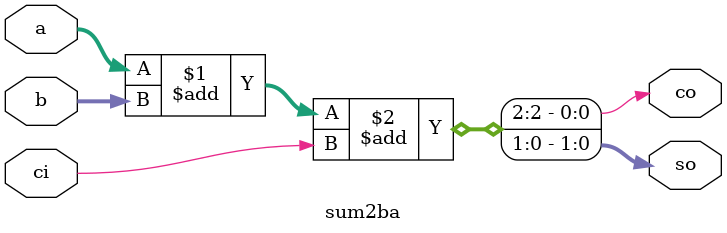
<source format=v>
/*
 * Antonio Aguilar
 * Sumador aritmetico de 2 bits
*/

module sum2ba(input[1:0] a, b, input ci, output co, output[1:0] so);
	assign {co, so} = a + b + ci;
endmodule

</source>
